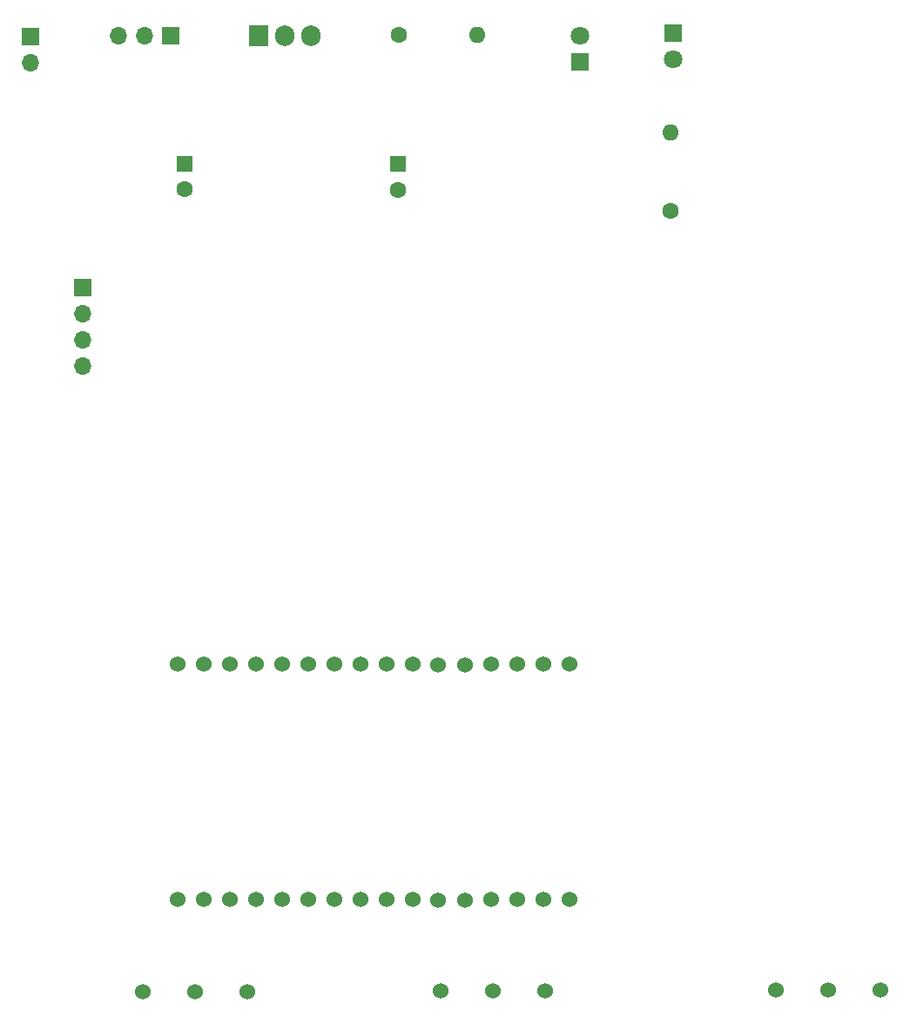
<source format=gbr>
%TF.GenerationSoftware,KiCad,Pcbnew,(6.0.1)*%
%TF.CreationDate,2022-11-21T11:05:35+09:00*%
%TF.ProjectId,controller,636f6e74-726f-46c6-9c65-722e6b696361,rev?*%
%TF.SameCoordinates,Original*%
%TF.FileFunction,Soldermask,Top*%
%TF.FilePolarity,Negative*%
%FSLAX46Y46*%
G04 Gerber Fmt 4.6, Leading zero omitted, Abs format (unit mm)*
G04 Created by KiCad (PCBNEW (6.0.1)) date 2022-11-21 11:05:35*
%MOMM*%
%LPD*%
G01*
G04 APERTURE LIST*
%ADD10C,1.524000*%
%ADD11R,1.800000X1.800000*%
%ADD12C,1.800000*%
%ADD13R,1.600000X1.600000*%
%ADD14C,1.600000*%
%ADD15R,1.700000X1.700000*%
%ADD16O,1.700000X1.700000*%
%ADD17O,1.600000X1.600000*%
%ADD18R,1.905000X2.000000*%
%ADD19O,1.905000X2.000000*%
G04 APERTURE END LIST*
D10*
%TO.C,U4*%
X95940000Y-119880000D03*
X101020000Y-119880000D03*
X106100000Y-119880000D03*
%TD*%
D11*
%TO.C,D2*%
X147510000Y-26770000D03*
D12*
X147510000Y-29310000D03*
%TD*%
D13*
%TO.C,C2*%
X120680000Y-39477349D03*
D14*
X120680000Y-41977349D03*
%TD*%
D15*
%TO.C,U7*%
X90060000Y-51430000D03*
D16*
X90060000Y-53970000D03*
X90060000Y-56510000D03*
X90060000Y-59050000D03*
%TD*%
D11*
%TO.C,D1*%
X138380000Y-29530000D03*
D12*
X138380000Y-26990000D03*
%TD*%
D15*
%TO.C,U1*%
X98580000Y-27030000D03*
D16*
X96040000Y-27030000D03*
X93500000Y-27030000D03*
%TD*%
D15*
%TO.C,J1*%
X84980000Y-27055000D03*
D16*
X84980000Y-29595000D03*
%TD*%
D10*
%TO.C,U6*%
X157490000Y-119710000D03*
X162570000Y-119710000D03*
X167650000Y-119710000D03*
%TD*%
D13*
%TO.C,C1*%
X99980000Y-39430000D03*
D14*
X99980000Y-41930000D03*
%TD*%
%TO.C,R1*%
X147210000Y-44045000D03*
D17*
X147210000Y-36425000D03*
%TD*%
D14*
%TO.C,R2*%
X120770000Y-26930000D03*
D17*
X128390000Y-26930000D03*
%TD*%
D10*
%TO.C,U2*%
X129760000Y-88070000D03*
X132300000Y-88070000D03*
X99280000Y-110930000D03*
X127219999Y-88130000D03*
X119600000Y-88070000D03*
X127219999Y-110990000D03*
X129760000Y-110930000D03*
X124639999Y-110990000D03*
X134840000Y-88070000D03*
X124639999Y-88130000D03*
X122140000Y-88070000D03*
X117060000Y-88070000D03*
X114520000Y-88070000D03*
X111980000Y-88070000D03*
X104360000Y-88070000D03*
X101820000Y-88070000D03*
X117060000Y-110930000D03*
X119600000Y-110930000D03*
X122140000Y-110930000D03*
X111980000Y-110930000D03*
X114520000Y-110930000D03*
X109440000Y-110930000D03*
X137380000Y-110930000D03*
X132300000Y-110930000D03*
X99280000Y-88070000D03*
X137380000Y-88070000D03*
X101820000Y-110930000D03*
X109440000Y-88070000D03*
X106900000Y-88070000D03*
X134840000Y-110930000D03*
X106900000Y-110930000D03*
X104360000Y-110930000D03*
%TD*%
%TO.C,U5*%
X124830000Y-119810000D03*
X129910000Y-119810000D03*
X134990000Y-119810000D03*
%TD*%
D18*
%TO.C,U3*%
X107140000Y-27030000D03*
D19*
X109680000Y-27030000D03*
X112220000Y-27030000D03*
%TD*%
M02*

</source>
